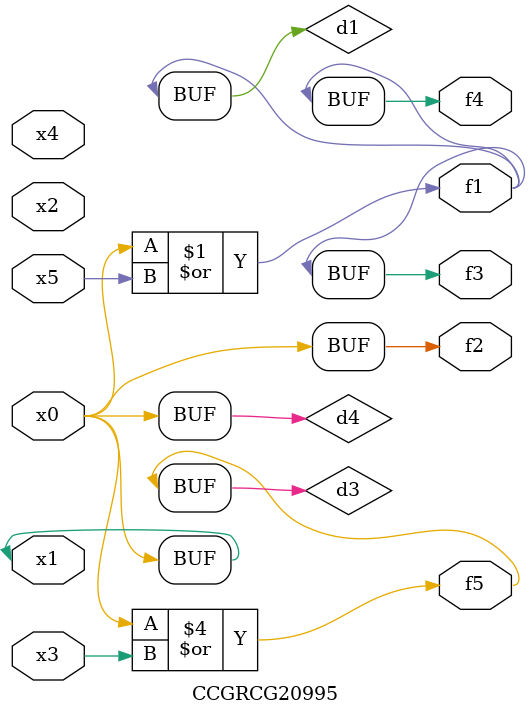
<source format=v>
module CCGRCG20995(
	input x0, x1, x2, x3, x4, x5,
	output f1, f2, f3, f4, f5
);

	wire d1, d2, d3, d4;

	or (d1, x0, x5);
	xnor (d2, x1, x4);
	or (d3, x0, x3);
	buf (d4, x0, x1);
	assign f1 = d1;
	assign f2 = d4;
	assign f3 = d1;
	assign f4 = d1;
	assign f5 = d3;
endmodule

</source>
